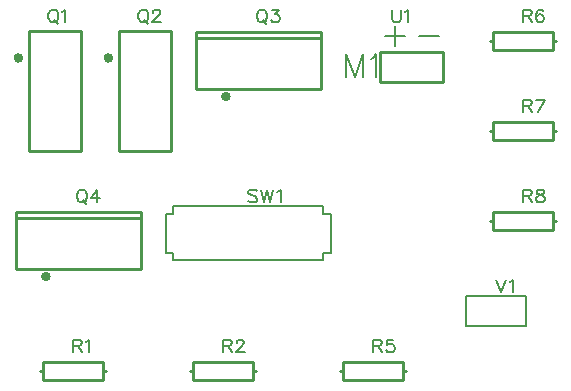
<source format=gto>
G04 Layer: TopSilkLayer*
G04 EasyEDA v6.4.19.4, 2021-06-20T15:31:19+02:00*
G04 e6e026fb29b945aabfb51621ac71b843,10*
G04 Gerber Generator version 0.2*
G04 Scale: 100 percent, Rotated: No, Reflected: No *
G04 Dimensions in millimeters *
G04 leading zeros omitted , absolute positions ,4 integer and 5 decimal *
%FSLAX45Y45*%
%MOMM*%

%ADD10C,0.2540*%
%ADD22C,0.2007*%
%ADD23C,0.1524*%
%ADD24C,0.4000*%
%ADD25C,0.2032*%

%LPD*%
D23*
X4194047Y8979915D02*
G01*
X4194047Y8901937D01*
X4199127Y8886444D01*
X4209541Y8876029D01*
X4225290Y8870950D01*
X4235704Y8870950D01*
X4251197Y8876029D01*
X4261611Y8886444D01*
X4266691Y8901937D01*
X4266691Y8979915D01*
X4300981Y8959087D02*
G01*
X4311395Y8964421D01*
X4327143Y8979915D01*
X4327143Y8870950D01*
D25*
X3800347Y8599678D02*
G01*
X3800347Y8405876D01*
X3800347Y8599678D02*
G01*
X3874261Y8405876D01*
X3948175Y8599678D02*
G01*
X3874261Y8405876D01*
X3948175Y8599678D02*
G01*
X3948175Y8405876D01*
X4009136Y8562847D02*
G01*
X4027677Y8571992D01*
X4055363Y8599678D01*
X4055363Y8405876D01*
X4213606Y8838692D02*
G01*
X4213606Y8672576D01*
X4130547Y8755634D02*
G01*
X4296918Y8755634D01*
X4422647Y8755634D02*
G01*
X4589018Y8755634D01*
D23*
X5070347Y6693915D02*
G01*
X5112004Y6584950D01*
X5153406Y6693915D02*
G01*
X5112004Y6584950D01*
X5187695Y6673087D02*
G01*
X5198109Y6678421D01*
X5213858Y6693915D01*
X5213858Y6584950D01*
X3047491Y7440421D02*
G01*
X3037077Y7450836D01*
X3021584Y7455915D01*
X3000756Y7455915D01*
X2985261Y7450836D01*
X2974847Y7440421D01*
X2974847Y7430008D01*
X2979927Y7419594D01*
X2985261Y7414260D01*
X2995675Y7409179D01*
X3026918Y7398765D01*
X3037077Y7393686D01*
X3042411Y7388352D01*
X3047491Y7377937D01*
X3047491Y7362444D01*
X3037077Y7352029D01*
X3021584Y7346950D01*
X3000756Y7346950D01*
X2985261Y7352029D01*
X2974847Y7362444D01*
X3081781Y7455915D02*
G01*
X3107943Y7346950D01*
X3133852Y7455915D02*
G01*
X3107943Y7346950D01*
X3133852Y7455915D02*
G01*
X3159759Y7346950D01*
X3185668Y7455915D02*
G01*
X3159759Y7346950D01*
X3219958Y7435087D02*
G01*
X3230372Y7440421D01*
X3246120Y7455915D01*
X3246120Y7346950D01*
X1554990Y7455915D02*
G01*
X1544576Y7450836D01*
X1534162Y7440421D01*
X1528828Y7430008D01*
X1523748Y7414260D01*
X1523748Y7388352D01*
X1528828Y7372858D01*
X1534162Y7362444D01*
X1544576Y7352029D01*
X1554990Y7346950D01*
X1575818Y7346950D01*
X1585978Y7352029D01*
X1596392Y7362444D01*
X1601726Y7372858D01*
X1606806Y7388352D01*
X1606806Y7414260D01*
X1601726Y7430008D01*
X1596392Y7440421D01*
X1585978Y7450836D01*
X1575818Y7455915D01*
X1554990Y7455915D01*
X1570484Y7367523D02*
G01*
X1601726Y7336536D01*
X1693166Y7455915D02*
G01*
X1641096Y7383271D01*
X1719074Y7383271D01*
X1693166Y7455915D02*
G01*
X1693166Y7346950D01*
X3078990Y8979915D02*
G01*
X3068576Y8974836D01*
X3058162Y8964421D01*
X3052828Y8954008D01*
X3047748Y8938260D01*
X3047748Y8912352D01*
X3052828Y8896858D01*
X3058162Y8886444D01*
X3068576Y8876029D01*
X3078990Y8870950D01*
X3099818Y8870950D01*
X3109978Y8876029D01*
X3120392Y8886444D01*
X3125726Y8896858D01*
X3130806Y8912352D01*
X3130806Y8938260D01*
X3125726Y8954008D01*
X3120392Y8964421D01*
X3109978Y8974836D01*
X3099818Y8979915D01*
X3078990Y8979915D01*
X3094484Y8891524D02*
G01*
X3125726Y8860536D01*
X3175510Y8979915D02*
G01*
X3232660Y8979915D01*
X3201418Y8938260D01*
X3217166Y8938260D01*
X3227580Y8933179D01*
X3232660Y8928100D01*
X3237994Y8912352D01*
X3237994Y8901937D01*
X3232660Y8886444D01*
X3222246Y8876029D01*
X3206752Y8870950D01*
X3191258Y8870950D01*
X3175510Y8876029D01*
X3170430Y8881110D01*
X3165096Y8891524D01*
X4031488Y6185915D02*
G01*
X4031488Y6076950D01*
X4031488Y6185915D02*
G01*
X4078224Y6185915D01*
X4093718Y6180836D01*
X4099052Y6175502D01*
X4104131Y6165087D01*
X4104131Y6154673D01*
X4099052Y6144260D01*
X4093718Y6139179D01*
X4078224Y6134100D01*
X4031488Y6134100D01*
X4067809Y6134100D02*
G01*
X4104131Y6076950D01*
X4200906Y6185915D02*
G01*
X4148836Y6185915D01*
X4143756Y6139179D01*
X4148836Y6144260D01*
X4164584Y6149594D01*
X4180077Y6149594D01*
X4195572Y6144260D01*
X4205986Y6134100D01*
X4211320Y6118352D01*
X4211320Y6107937D01*
X4205986Y6092444D01*
X4195572Y6082029D01*
X4180077Y6076950D01*
X4164584Y6076950D01*
X4148836Y6082029D01*
X4143756Y6087110D01*
X4138422Y6097523D01*
X5301488Y8217915D02*
G01*
X5301488Y8108950D01*
X5301488Y8217915D02*
G01*
X5348224Y8217915D01*
X5363718Y8212836D01*
X5369052Y8207502D01*
X5374131Y8197087D01*
X5374131Y8186673D01*
X5369052Y8176260D01*
X5363718Y8171179D01*
X5348224Y8166100D01*
X5301488Y8166100D01*
X5337809Y8166100D02*
G01*
X5374131Y8108950D01*
X5481320Y8217915D02*
G01*
X5429250Y8108950D01*
X5408422Y8217915D02*
G01*
X5481320Y8217915D01*
X5301488Y7455915D02*
G01*
X5301488Y7346950D01*
X5301488Y7455915D02*
G01*
X5348224Y7455915D01*
X5363718Y7450836D01*
X5369052Y7445502D01*
X5374131Y7435087D01*
X5374131Y7424673D01*
X5369052Y7414260D01*
X5363718Y7409179D01*
X5348224Y7404100D01*
X5301488Y7404100D01*
X5337809Y7404100D02*
G01*
X5374131Y7346950D01*
X5434584Y7455915D02*
G01*
X5418836Y7450836D01*
X5413756Y7440421D01*
X5413756Y7430008D01*
X5418836Y7419594D01*
X5429250Y7414260D01*
X5450077Y7409179D01*
X5465572Y7404100D01*
X5475986Y7393686D01*
X5481320Y7383271D01*
X5481320Y7367523D01*
X5475986Y7357110D01*
X5470906Y7352029D01*
X5455158Y7346950D01*
X5434584Y7346950D01*
X5418836Y7352029D01*
X5413756Y7357110D01*
X5408422Y7367523D01*
X5408422Y7383271D01*
X5413756Y7393686D01*
X5424170Y7404100D01*
X5439663Y7409179D01*
X5460491Y7414260D01*
X5470906Y7419594D01*
X5475986Y7430008D01*
X5475986Y7440421D01*
X5470906Y7450836D01*
X5455158Y7455915D01*
X5434584Y7455915D01*
X1491487Y6185915D02*
G01*
X1491487Y6076950D01*
X1491487Y6185915D02*
G01*
X1538223Y6185915D01*
X1553718Y6180836D01*
X1559052Y6175502D01*
X1564131Y6165087D01*
X1564131Y6154673D01*
X1559052Y6144260D01*
X1553718Y6139179D01*
X1538223Y6134100D01*
X1491487Y6134100D01*
X1527810Y6134100D02*
G01*
X1564131Y6076950D01*
X1598421Y6165087D02*
G01*
X1608836Y6170421D01*
X1624584Y6185915D01*
X1624584Y6076950D01*
X2761488Y6185915D02*
G01*
X2761488Y6076950D01*
X2761488Y6185915D02*
G01*
X2808224Y6185915D01*
X2823718Y6180836D01*
X2829052Y6175502D01*
X2834131Y6165087D01*
X2834131Y6154673D01*
X2829052Y6144260D01*
X2823718Y6139179D01*
X2808224Y6134100D01*
X2761488Y6134100D01*
X2797809Y6134100D02*
G01*
X2834131Y6076950D01*
X2873756Y6160007D02*
G01*
X2873756Y6165087D01*
X2878836Y6175502D01*
X2884170Y6180836D01*
X2894584Y6185915D01*
X2915158Y6185915D01*
X2925572Y6180836D01*
X2930906Y6175502D01*
X2935986Y6165087D01*
X2935986Y6154673D01*
X2930906Y6144260D01*
X2920491Y6128765D01*
X2868422Y6076950D01*
X2941320Y6076950D01*
X5301488Y8979915D02*
G01*
X5301488Y8870950D01*
X5301488Y8979915D02*
G01*
X5348224Y8979915D01*
X5363718Y8974836D01*
X5369052Y8969502D01*
X5374131Y8959087D01*
X5374131Y8948674D01*
X5369052Y8938260D01*
X5363718Y8933179D01*
X5348224Y8928100D01*
X5301488Y8928100D01*
X5337809Y8928100D02*
G01*
X5374131Y8870950D01*
X5470906Y8964421D02*
G01*
X5465572Y8974836D01*
X5450077Y8979915D01*
X5439663Y8979915D01*
X5424170Y8974836D01*
X5413756Y8959087D01*
X5408422Y8933179D01*
X5408422Y8907271D01*
X5413756Y8886444D01*
X5424170Y8876029D01*
X5439663Y8870950D01*
X5444997Y8870950D01*
X5460491Y8876029D01*
X5470906Y8886444D01*
X5475986Y8901937D01*
X5475986Y8907271D01*
X5470906Y8922765D01*
X5460491Y8933179D01*
X5444997Y8938260D01*
X5439663Y8938260D01*
X5424170Y8933179D01*
X5413756Y8922765D01*
X5408422Y8907271D01*
X2073272Y8979915D02*
G01*
X2062858Y8974836D01*
X2052444Y8964421D01*
X2047110Y8954008D01*
X2042030Y8938260D01*
X2042030Y8912352D01*
X2047110Y8896858D01*
X2052444Y8886444D01*
X2062858Y8876029D01*
X2073272Y8870950D01*
X2094100Y8870950D01*
X2104260Y8876029D01*
X2114674Y8886444D01*
X2120008Y8896858D01*
X2125088Y8912352D01*
X2125088Y8938260D01*
X2120008Y8954008D01*
X2114674Y8964421D01*
X2104260Y8974836D01*
X2094100Y8979915D01*
X2073272Y8979915D01*
X2088766Y8891524D02*
G01*
X2120008Y8860536D01*
X2164712Y8954008D02*
G01*
X2164712Y8959087D01*
X2169792Y8969502D01*
X2175126Y8974836D01*
X2185540Y8979915D01*
X2206114Y8979915D01*
X2216528Y8974836D01*
X2221862Y8969502D01*
X2226942Y8959087D01*
X2226942Y8948674D01*
X2221862Y8938260D01*
X2211448Y8922765D01*
X2159378Y8870950D01*
X2232276Y8870950D01*
X1311272Y8979915D02*
G01*
X1300858Y8974836D01*
X1290444Y8964421D01*
X1285110Y8954008D01*
X1280030Y8938260D01*
X1280030Y8912352D01*
X1285110Y8896858D01*
X1290444Y8886444D01*
X1300858Y8876029D01*
X1311272Y8870950D01*
X1332100Y8870950D01*
X1342260Y8876029D01*
X1352674Y8886444D01*
X1358008Y8896858D01*
X1363088Y8912352D01*
X1363088Y8938260D01*
X1358008Y8954008D01*
X1352674Y8964421D01*
X1342260Y8974836D01*
X1332100Y8979915D01*
X1311272Y8979915D01*
X1326766Y8891524D02*
G01*
X1358008Y8860536D01*
X1397378Y8959087D02*
G01*
X1407792Y8964421D01*
X1423540Y8979915D01*
X1423540Y8870950D01*
D10*
X4092447Y8623300D02*
G01*
X4625847Y8623300D01*
X4625847Y8369300D01*
X4092447Y8369300D01*
X4092447Y8623300D01*
D22*
X4816347Y6553200D02*
G01*
X5324347Y6553200D01*
X4816347Y6299200D02*
G01*
X4816347Y6553200D01*
X4816347Y6299200D02*
G01*
X5324347Y6299200D01*
X5324347Y6299200D02*
G01*
X5324347Y6553200D01*
D23*
X3673347Y7251700D02*
G01*
X3673347Y6921500D01*
X3609847Y6921500D01*
X3609847Y6858000D01*
X2339847Y6858000D01*
X2339847Y6921500D01*
X2276347Y6921500D01*
X2276347Y7251700D01*
X2339847Y7251700D01*
X2339847Y7315200D01*
X3609847Y7315200D01*
X3609847Y7251700D01*
X3673347Y7251700D01*
D10*
X2066444Y7214996D02*
G01*
X1006452Y7214996D01*
X1006350Y7264908D02*
G01*
X2066546Y7264908D01*
X2066546Y6785102D01*
X1006350Y6785102D01*
X1006350Y7264400D01*
X1006350Y7264908D01*
X3590444Y8738996D02*
G01*
X2530452Y8738996D01*
X2530350Y8788908D02*
G01*
X3590546Y8788908D01*
X3590546Y8309102D01*
X2530350Y8309102D01*
X2530350Y8788400D01*
X2530350Y8788908D01*
X3777488Y5994400D02*
G01*
X4285488Y5994400D01*
X4285488Y5994400D02*
G01*
X4285488Y5918200D01*
X4285488Y5918200D02*
G01*
X4285488Y5842000D01*
X4285488Y5842000D02*
G01*
X3777488Y5842000D01*
X3777488Y5842000D02*
G01*
X3777488Y5918200D01*
X3777488Y5918200D02*
G01*
X3777488Y5994400D01*
X4285488Y5918200D02*
G01*
X4310888Y5918200D01*
X3777488Y5918200D02*
G01*
X3752088Y5918200D01*
X5047488Y8026400D02*
G01*
X5555488Y8026400D01*
X5555488Y8026400D02*
G01*
X5555488Y7950200D01*
X5555488Y7950200D02*
G01*
X5555488Y7874000D01*
X5555488Y7874000D02*
G01*
X5047488Y7874000D01*
X5047488Y7874000D02*
G01*
X5047488Y7950200D01*
X5047488Y7950200D02*
G01*
X5047488Y8026400D01*
X5555488Y7950200D02*
G01*
X5580888Y7950200D01*
X5047488Y7950200D02*
G01*
X5022088Y7950200D01*
X5047488Y7264400D02*
G01*
X5555488Y7264400D01*
X5555488Y7264400D02*
G01*
X5555488Y7188200D01*
X5555488Y7188200D02*
G01*
X5555488Y7112000D01*
X5555488Y7112000D02*
G01*
X5047488Y7112000D01*
X5047488Y7112000D02*
G01*
X5047488Y7188200D01*
X5047488Y7188200D02*
G01*
X5047488Y7264400D01*
X5555488Y7188200D02*
G01*
X5580888Y7188200D01*
X5047488Y7188200D02*
G01*
X5022088Y7188200D01*
X1237487Y5994400D02*
G01*
X1745487Y5994400D01*
X1745487Y5994400D02*
G01*
X1745487Y5918200D01*
X1745487Y5918200D02*
G01*
X1745487Y5842000D01*
X1745487Y5842000D02*
G01*
X1237487Y5842000D01*
X1237487Y5842000D02*
G01*
X1237487Y5918200D01*
X1237487Y5918200D02*
G01*
X1237487Y5994400D01*
X1745487Y5918200D02*
G01*
X1770887Y5918200D01*
X1237487Y5918200D02*
G01*
X1212087Y5918200D01*
X2507488Y5994400D02*
G01*
X3015488Y5994400D01*
X3015488Y5994400D02*
G01*
X3015488Y5918200D01*
X3015488Y5918200D02*
G01*
X3015488Y5842000D01*
X3015488Y5842000D02*
G01*
X2507488Y5842000D01*
X2507488Y5842000D02*
G01*
X2507488Y5918200D01*
X2507488Y5918200D02*
G01*
X2507488Y5994400D01*
X3015488Y5918200D02*
G01*
X3040888Y5918200D01*
X2507488Y5918200D02*
G01*
X2482088Y5918200D01*
X5047488Y8788400D02*
G01*
X5555488Y8788400D01*
X5555488Y8788400D02*
G01*
X5555488Y8712200D01*
X5555488Y8712200D02*
G01*
X5555488Y8636000D01*
X5555488Y8636000D02*
G01*
X5047488Y8636000D01*
X5047488Y8636000D02*
G01*
X5047488Y8712200D01*
X5047488Y8712200D02*
G01*
X5047488Y8788400D01*
X5555488Y8712200D02*
G01*
X5580888Y8712200D01*
X5047488Y8712200D02*
G01*
X5022088Y8712200D01*
X1876930Y8788400D02*
G01*
X1876930Y7785100D01*
X2321430Y7785100D01*
X2321430Y8801100D01*
X1876930Y8801100D01*
X1114930Y8788400D02*
G01*
X1114930Y7785100D01*
X1559430Y7785100D01*
X1559430Y8801100D01*
X1114930Y8801100D01*
D24*
G75*
G01*
X1259589Y6738620D02*
G03*
X1259843Y6738620I127J-20000D01*
G75*
G01*
X2783589Y8262620D02*
G03*
X2783843Y8262620I127J-20000D01*
G75*
G01*
X1808350Y8569960D02*
G03*
X1808350Y8569706I-19999J-127D01*
G75*
G01*
X1046350Y8569960D02*
G03*
X1046350Y8569706I-19999J-127D01*
M02*

</source>
